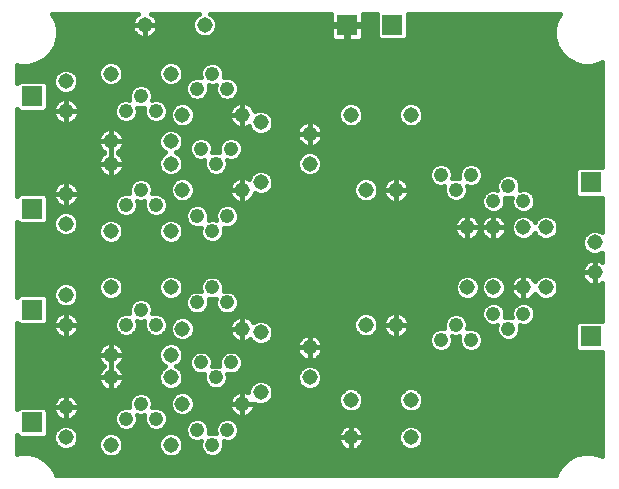
<source format=gtl>
G04 Output by ViewMate Deluxe V11.0.9  PentaLogix LLC*
G04 Sun Feb 16 15:40:48 2014*
%FSLAX33Y33*%
%MOMM*%
%IPPOS*%
%ADD10C,1.209*%
%ADD11C,1.3081*%
%ADD12R,1.8009X1.8009*%
%ADD13C,0.4064*%

%LPD*%
X0Y0D2*D13*G1X52324Y11379D2*X37089Y11379D1*X37191Y11781D2*X52324Y11781D1*X52324Y12184D2*X37135Y12184D1*X36881Y12586D2*X52324Y12586D1*X42240Y30300D2*X41770Y30300D1*X41971Y29898D2*X42040Y29898D1*X42012Y29494D2*X41999Y29494D1*X41874Y29093D2*X42136Y29093D1*X42502Y28689D2*X41509Y28689D1*X44841Y30300D2*X43993Y30300D1*X44193Y29898D2*X44625Y29898D1*X44597Y29494D2*X44221Y29494D1*X44097Y29093D2*X44727Y29093D1*X45123Y28689D2*X43731Y28689D1*X46586Y29093D2*X46632Y29093D1*X47028Y28689D2*X46190Y28689D1*X46538Y23858D2*X46741Y23858D1*X45049Y25469D2*X43637Y25469D1*X44046Y25067D2*X44679Y25067D1*X44552Y24663D2*X44176Y24663D1*X44150Y24262D2*X44577Y24262D1*X44775Y23858D2*X43937Y23858D1*X43807Y23053D2*X44966Y23053D1*X44701Y22652D2*X44072Y22652D1*X44127Y22248D2*X44646Y22248D1*X50066Y19832D2*X42197Y19832D1*X41979Y19431D2*X50066Y19431D1*X39439Y19431D2*X40444Y19431D1*X40226Y19832D2*X39657Y19832D1*X39682Y20236D2*X40201Y20236D1*X34862Y22474D2*X34862Y21361D1*X39441Y22248D2*X35532Y22248D1*X35862Y21847D2*X39047Y21847D1*X35971Y21450D2*X35971Y21361D1*X34862Y21361*X34862Y22474*X33861Y21847D2*X33269Y21847D1*X34138Y22210D2*X34280Y22311D1*X34435Y22393*X34602Y22446*X34775Y22474*X34862Y22474*X34948Y22474*X35121Y22446*X35288Y22393*X35443Y22311*X35585Y22210*X35710Y22085*X35811Y21943*X35890Y21788*X35946Y21623*X35971Y21450*X38931Y21443D2*X35971Y21443D1*X35926Y21041D2*X38321Y21041D1*X35710Y20638D2*X35811Y20780D1*X35890Y20935*X35946Y21102*X35971Y21275*X35971Y21361*X34862Y21361*X34013Y20638D2*X34138Y20516D1*X34280Y20411*X34435Y20333*X34602Y20277*X34775Y20251*X34862Y20251*X34862Y21361*X33752Y21361*X33381Y21443D2*X33752Y21443D1*X12593Y12586D2*X13950Y12586D1*X13627Y12990D2*X12916Y12990D1*X13012Y13391D2*X13531Y13391D1*X2860Y39560D2*X2794Y39560D1*X9891Y41976D2*X7981Y41976D1*X7912Y42377D2*X9690Y42377D1*X9672Y42781D2*X7640Y42781D1*X15337Y43586D2*X11206Y43586D1*X11651Y43183D2*X14892Y43183D1*X14752Y42781D2*X11791Y42781D1*X11773Y42377D2*X14770Y42377D1*X14971Y41976D2*X11572Y41976D1*X17216Y41976D2*X16652Y41976D1*X16286Y43586D2*X18961Y43586D1*X18438Y43183D2*X16731Y43183D1*X16871Y42781D2*X18293Y42781D1*X16871Y42423D2*X16871Y42845D1*X16711Y43236*X16411Y43533*X16022Y43696*X15601Y43696*X15212Y43533*X14912Y43236*X14752Y42845*X14752Y42423*X14912Y42034*X15212Y41735*X15601Y41575*X16022Y41575*X16411Y41735*X16711Y42034*X16871Y42423*X18316Y42377D2*X16853Y42377D1*X19042Y41572D2*X19566Y41572D1*X19563Y41171D2*X19045Y41171D1*X18867Y40767D2*X19741Y40767D1*X13012Y31509D2*X13531Y31509D1*X13619Y31105D2*X12924Y31105D1*X12611Y30704D2*X13932Y30704D1*X9698Y24262D2*X7920Y24262D1*X7981Y23858D2*X9911Y23858D1*X12667Y23457D2*X7884Y23457D1*X7572Y23053D2*X12352Y23053D1*X6922Y21361D2*X6922Y22474D1*X6922Y21361*X8031Y21450D2*X8031Y21361D1*X6922Y21361*X5812Y21361*X2794Y21443D2*X2878Y21443D1*X5857Y21041D2*X2794Y21041D1*X6073Y20638D2*X6198Y20516D1*X6340Y20411*X6495Y20333*X6662Y20277*X6835Y20251*X6922Y20251*X6922Y21361*X5812Y21361*X5250Y21443D2*X5812Y21443D1*X5921Y21847D2*X5370Y21847D1*X5370Y22248D2*X6251Y22248D1*X2794Y23858D2*X2916Y23858D1*X10404Y28288D2*X2794Y28288D1*X11069Y31910D2*X7882Y31910D1*X8021Y32314D2*X11364Y32314D1*X12261Y32715D2*X8009Y32715D1*X7828Y33119D2*X12314Y33119D1*X5370Y31509D2*X6370Y31509D1*X5961Y31910D2*X5370Y31910D1*X5329Y32314D2*X5822Y32314D1*X2794Y32314D2*X2799Y32314D1*X5834Y32715D2*X2794Y32715D1*X2794Y33119D2*X6015Y33119D1*X6546Y33520D2*X2794Y33520D1*X6922Y33586D2*X6922Y32474D1*X6922Y33586*X7348Y33505D2*X7503Y33424D1*X7645Y33322*X7770Y33198*X7871Y33056*X7950Y32901*X8006Y32736*X8031Y32563*X8031Y32474*X6922Y32474*X5812Y32474*X6922Y32474*X6922Y31364*X6835Y31364*X6662Y31389*X6495Y31445*X6340Y31524*X6198Y31628*X6073Y31750*X5972Y31892*X5893Y32047*X5837Y32215*X5812Y32388*X5812Y32474*X5812Y32563*X5837Y32736*X5893Y32901*X5972Y33056*X6073Y33198*X6198Y33322*X6340Y33424*X6495Y33505*X6662Y33558*X6835Y33586*X6922Y33586*X7008Y33586*X7181Y33558*X7348Y33505*X12570Y33520D2*X7297Y33520D1*X15994Y33520D2*X13973Y33520D1*X14229Y33119D2*X15751Y33119D1*X15705Y32715D2*X14282Y32715D1*X15179Y32314D2*X15814Y32314D1*X16147Y31910D2*X15474Y31910D1*X19528Y30300D2*X19591Y30300D1*X19017Y30300D2*X19080Y30300D1*X19563Y30704D2*X19045Y30704D1*X18905Y31105D2*X19703Y31105D1*X20201Y31509D2*X18407Y31509D1*X22832Y34326D2*X23221Y34488D1*X23642Y34488*X24031Y34326*X22847Y32314D2*X31372Y32314D1*X31704Y31910D2*X22522Y31910D1*X35850Y47612D2*X48656Y47612D1*X48425Y47208D2*X35850Y47208D1*X35850Y46807D2*X48318Y46807D1*X48235Y46403D2*X35850Y46403D1*X35850Y46002D2*X48235Y46002D1*X48278Y45598D2*X35756Y45598D1*X52291Y43586D2*X52324Y43586D1*X19647Y43586D2*X49817Y43586D1*X52324Y43183D2*X20170Y43183D1*X20315Y42781D2*X52324Y42781D1*X52324Y42377D2*X20292Y42377D1*X21392Y41976D2*X52324Y41976D1*X52324Y41572D2*X21582Y41572D1*X21585Y41171D2*X52324Y41171D1*X17473Y38351D2*X21062Y38351D1*X20803Y38755D2*X17752Y38755D1*X17823Y39157D2*X20734Y39157D1*X20810Y39560D2*X17739Y39560D1*X17442Y39962D2*X21092Y39962D1*X14282Y40767D2*X17201Y40767D1*X17023Y41171D2*X14183Y41171D1*X13858Y41572D2*X17026Y41572D1*X7892Y41572D2*X12685Y41572D1*X12360Y41171D2*X7592Y41171D1*X7783Y38755D2*X11278Y38755D1*X11034Y39157D2*X7991Y39157D1*X8031Y39560D2*X10991Y39560D1*X11115Y39962D2*X7912Y39962D1*X7567Y40366D2*X11547Y40366D1*X2794Y38755D2*X6060Y38755D1*X5852Y39157D2*X2794Y39157D1*X5812Y39560D2*X5268Y39560D1*X5370Y39962D2*X5931Y39962D1*X9812Y43183D2*X2794Y43183D1*X10132Y43533D2*X10521Y43696D1*X10942Y43696*X11331Y43533*X11631Y43236*X11791Y42845*X11791Y42423*X11631Y42034*X11331Y41735*X10942Y41575*X10521Y41575*X10132Y41735*X9832Y42034*X9672Y42423*X9672Y42845*X9832Y43236*X10132Y43533*X4666Y43586D2*X10257Y43586D1*X12868Y47612D2*X5827Y47612D1*X6058Y47208D2*X12570Y47208D1*X12479Y46807D2*X6165Y46807D1*X6248Y46403D2*X12537Y46403D1*X12779Y46002D2*X6248Y46002D1*X17930Y46002D2*X14399Y46002D1*X14641Y46403D2*X17671Y46403D1*X17610Y46807D2*X14699Y46807D1*X14608Y47208D2*X17706Y47208D1*X18019Y47612D2*X14310Y47612D1*X29378Y47612D2*X19319Y47612D1*X30831Y46403D2*X30637Y46403D1*X30637Y46002D2*X30831Y46002D1*X30831Y45598D2*X30637Y45598D1*X33332Y45598D2*X32009Y45598D1*X32090Y46002D2*X33238Y46002D1*X33238Y46403D2*X32090Y46403D1*X32090Y47612D2*X33238Y47612D1*X33238Y47208D2*X32090Y47208D1*X30831Y46807D2*X33238Y46807D1*X19728Y46807D2*X30637Y46807D1*X29378Y47208D2*X19632Y47208D1*X19667Y46403D2*X29378Y46403D1*X29378Y46002D2*X19408Y46002D1*X29469Y45580D2*X29408Y45684D1*X29378Y45801*X29378Y46665*X30637Y46665*X30637Y45405*X29774Y45405*X29657Y45436*X29553Y45496*X29469Y45580*X6205Y45598D2*X29459Y45598D1*X48384Y45197D2*X6099Y45197D1*X5916Y44793D2*X48567Y44793D1*X48804Y44392D2*X5679Y44392D1*X5278Y43988D2*X49205Y43988D1*X2794Y42781D2*X6203Y42781D1*X2794Y41976D2*X2936Y41976D1*X5931Y42377D2*X2794Y42377D1*X5862Y41976D2*X5192Y41976D1*X5370Y41572D2*X5951Y41572D1*X6251Y41171D2*X5370Y41171D1*X6711Y40940D2*X6322Y41100D1*X6022Y41399*X5862Y41788*X5862Y42210*X6022Y42601*X6322Y42898*X6711Y43061*X7132Y43061*X7521Y42898*X7821Y42601*X7981Y42210*X7981Y41788*X7821Y41399*X7521Y41100*X7132Y40940*X6711Y40940*X6922Y40571D2*X6922Y39459D1*X6922Y40571*X6340Y40409D2*X6495Y40490D1*X6662Y40543*X6835Y40571*X6922Y40571*X7008Y40571*X7181Y40543*X7348Y40490*X7503Y40409*X7645Y40307*X7770Y40183*X7871Y40041*X7950Y39886*X8006Y39721*X8031Y39548*X8031Y39459*X6922Y39459*X5812Y39459*X5812Y39548*X5837Y39721*X5893Y39886*X5972Y40041*X6073Y40183*X6198Y40307*X6340Y40409*X5370Y40366D2*X6276Y40366D1*X12261Y40767D2*X5370Y40767D1*X13531Y39560D2*X13012Y39560D1*X12969Y39157D2*X13574Y39157D1*X13818Y38755D2*X12725Y38755D1*X11648Y37546D2*X14940Y37546D1*X14757Y37145D2*X11821Y37145D1*X11829Y36741D2*X14752Y36741D1*X14905Y36340D2*X11684Y36340D1*X11354Y35936D2*X15265Y35936D1*X14879Y35535D2*X11714Y35535D1*X11839Y35131D2*X14752Y35131D1*X14783Y34729D2*X11806Y34729D1*X11605Y34326D2*X15001Y34326D1*X10732Y38031D2*X10732Y36919D1*X10732Y38031*X15527Y37950D2*X11158Y37950D1*X15776Y38755D2*X15265Y38755D1*X15509Y39157D2*X15705Y39157D1*X15789Y39560D2*X15552Y39560D1*X15428Y39962D2*X16086Y39962D1*X15113Y40315D2*X15397Y40033D1*X15552Y39660*X15552Y39258*X15397Y38887*X15113Y38603*X14742Y38448*X14341Y38448*X13970Y38603*X13686Y38887*X13531Y39258*X13531Y39660*X13574Y39761*X13472Y39718*X13071Y39718*X12969Y39761*X13012Y39660*X13012Y39258*X12857Y38887*X12573Y38603*X12202Y38448*X11801Y38448*X11430Y38603*X11146Y38887*X10991Y39258*X10991Y39660*X11146Y40033*X11430Y40315*X11801Y40470*X12202Y40470*X12304Y40429*X12261Y40528*X12261Y40930*X12416Y41303*X12700Y41585*X13071Y41740*X13472Y41740*X13843Y41585*X14127Y41303*X14282Y40930*X14282Y40528*X14239Y40429*X14341Y40470*X14742Y40470*X15113Y40315*X17805Y40366D2*X14996Y40366D1*X20345Y40366D2*X18263Y40366D1*X20775Y40353D2*X20373Y40353D1*X20002Y40508*X19718Y40792*X19563Y41163*X19563Y41565*X19606Y41666*X19505Y41623*X19103Y41623*X19002Y41666*X19045Y41565*X19045Y41163*X18890Y40792*X18606Y40508*X18235Y40353*X17833Y40353*X17462Y40508*X17178Y40792*X17023Y41163*X17023Y41565*X17178Y41938*X17462Y42220*X17833Y42375*X18235Y42375*X18336Y42334*X18293Y42433*X18293Y42835*X18448Y43208*X18732Y43490*X19103Y43645*X19505Y43645*X19876Y43490*X20160Y43208*X20315Y42835*X20315Y42433*X20272Y42334*X20373Y42375*X20775Y42375*X21146Y42220*X21430Y41938*X21585Y41565*X21585Y41163*X21430Y40792*X21146Y40508*X20775Y40353*X52324Y40366D2*X20803Y40366D1*X21407Y40767D2*X52324Y40767D1*X21844Y40254D2*X21844Y39141D1*X20734Y39141*X21844Y39141*X21844Y38031*X21844Y39141*X21844Y40254*X22878Y39560D2*X23203Y39560D1*X30373Y39962D2*X22596Y39962D1*X23660Y39560D2*X30076Y39560D1*X29992Y39157D2*X24280Y39157D1*X24475Y38755D2*X30063Y38755D1*X26784Y38351D2*X24491Y38351D1*X24348Y37950D2*X26520Y37950D1*X26449Y37546D2*X23884Y37546D1*X21455Y37145D2*X26523Y37145D1*X18915Y37145D2*X20328Y37145D1*X19987Y36741D2*X19256Y36741D1*X19362Y36340D2*X19881Y36340D1*X16622Y34326D2*X18880Y34326D1*X18646Y34729D2*X16840Y34729D1*X16871Y35131D2*X18611Y35131D1*X16744Y35535D2*X17673Y35535D1*X17402Y35936D2*X16358Y35936D1*X16718Y36340D2*X17341Y36340D1*X17447Y36741D2*X16871Y36741D1*X16866Y37145D2*X17788Y37145D1*X22979Y37546D2*X16683Y37546D1*X22532Y37907D2*X22416Y38186D1*X22271Y38113*X22103Y38057*X21930Y38031*X21844Y38031*X21758Y38031*X21585Y38057*X21417Y38113*X21262Y38191*X21120Y38296*X20996Y38418*X20894Y38560*X20815Y38715*X20759Y38882*X20734Y39055*X20734Y39141*X20734Y39230*X20759Y39403*X20815Y39568*X20894Y39723*X20996Y39865*X21120Y39990*X21262Y40091*X21417Y40173*X21585Y40226*X21758Y40254*X21844Y40254*X21930Y40254*X22103Y40226*X22271Y40173*X22426Y40091*X22568Y39990*X22692Y39865*X22794Y39723*X22873Y39568*X22916Y39441*X23221Y39568*X23642Y39568*X24031Y39406*X24331Y39108*X24491Y38717*X24491Y38296*X24331Y37907*X24031Y37607*X23642Y37447*X23221Y37447*X22832Y37607*X22532Y37907*X16096Y37950D2*X22515Y37950D1*X16022Y37981D2*X16411Y37818D1*X16711Y37521*X16871Y37130*X16871Y36708*X16711Y36319*X16411Y36020*X16284Y35966*X16411Y35913*X16711Y35616*X16871Y35225*X16871Y34803*X16711Y34414*X16411Y34115*X16022Y33955*X15601Y33955*X15212Y34115*X14912Y34414*X14752Y34803*X14752Y35225*X14912Y35616*X15212Y35913*X15339Y35966*X15212Y36020*X14912Y36319*X14752Y36708*X14752Y37130*X14912Y37521*X15212Y37818*X15601Y37981*X16022Y37981*X16165Y38242D2*X15865Y38542D1*X15705Y38931*X15705Y39352*X15865Y39743*X16165Y40041*X16553Y40203*X16975Y40203*X17363Y40041*X17663Y39743*X17823Y39352*X17823Y38931*X17663Y38542*X17363Y38242*X16975Y38082*X16553Y38082*X16165Y38242*X7033Y38351D2*X16055Y38351D1*X6835Y38349D2*X6922Y38349D1*X6922Y39459*X8031Y39459*X8031Y39373*X8006Y39200*X7950Y39032*X7871Y38877*X7770Y38735*X7645Y38613*X7503Y38509*X7348Y38430*X7181Y38374*X7008Y38349*X6922Y38349*X6922Y39459*X5812Y39459*X5812Y39373*X5837Y39200*X5893Y39032*X5972Y38877*X6073Y38735*X6198Y38613*X6340Y38509*X6495Y38430*X6662Y38374*X6835Y38349*X2794Y38351D2*X6810Y38351D1*X10305Y37950D2*X2794Y37950D1*X2794Y37546D2*X9815Y37546D1*X9642Y37145D2*X2794Y37145D1*X9622Y36919D2*X9622Y37008D1*X9647Y37181*X9703Y37346*X9782Y37501*X9883Y37643*X10008Y37767*X10150Y37869*X10305Y37950*X10472Y38003*X10645Y38031*X10732Y38031*X10818Y38031*X10991Y38003*X11158Y37950*X11313Y37869*X11455Y37767*X11580Y37643*X11681Y37501*X11760Y37346*X11816Y37181*X11841Y37008*X11841Y36919*X10732Y36919*X9622Y36919*X2794Y36741D2*X9634Y36741D1*X9779Y36340D2*X2794Y36340D1*X2794Y35936D2*X10109Y35936D1*X9749Y35535D2*X2794Y35535D1*X9622Y35103D2*X9647Y35276D1*X9703Y35441*X9782Y35596*X9883Y35738*X10008Y35862*X10150Y35964*X10152Y35966*X10150Y35969*X10008Y36073*X9883Y36195*X9782Y36337*X9703Y36492*X9647Y36660*X9622Y36833*X9622Y36919*X10732Y36919*X10732Y35014*X10732Y35809*X10732Y36919*X11841Y36919*X11841Y36833*X11816Y36660*X11760Y36492*X11681Y36337*X11580Y36195*X11455Y36073*X11313Y35969*X11311Y35966*X11313Y35964*X11455Y35862*X11580Y35738*X11681Y35596*X11760Y35441*X11816Y35276*X11841Y35103*X11841Y35014*X10732Y35014*X9622Y35014*X9622Y35103*X2794Y35131D2*X9624Y35131D1*X9657Y34729D2*X2794Y34729D1*X2794Y34326D2*X9858Y34326D1*X10516Y33924D2*X2794Y33924D1*X10732Y33904D2*X10645Y33904D1*X10472Y33929*X10305Y33985*X10150Y34064*X10008Y34168*X9883Y34290*X9782Y34432*X9703Y34587*X9647Y34755*X9622Y34928*X9622Y35014*X10732Y35014*X10732Y33904*X10991Y33929D2*X10818Y33904D1*X10732Y33904*X10732Y35014*X11841Y35014*X11841Y34928*X11816Y34755*X11760Y34587*X11681Y34432*X11580Y34290*X11455Y34168*X11313Y34064*X11158Y33985*X10991Y33929*X22489Y33924D2*X10947Y33924D1*X21844Y32791D2*X21844Y33904D1*X21844Y32791*X17714Y32314D2*X20841Y32314D1*X20734Y32715D2*X17823Y32715D1*X17777Y33119D2*X20782Y33119D1*X21001Y33520D2*X17534Y33520D1*X20363Y34326D2*X22832Y34326D1*X22532Y34028*X22416Y33746*X22271Y33823*X22103Y33876*X21930Y33904*X21844Y33904*X21758Y33904*X21585Y33876*X21417Y33823*X21262Y33741*X21120Y33640*X20996Y33515*X20894Y33373*X20815Y33218*X20759Y33053*X20734Y32880*X20734Y32791*X21844Y32791*X21844Y31681*X21758Y31681*X21585Y31707*X21417Y31763*X21262Y31841*X17381Y31910D2*X21166Y31910D1*X17363Y31892D2*X16975Y31732D1*X16553Y31732*X16165Y31892*X15865Y32192*X15705Y32581*X15705Y33002*X15865Y33393*X16165Y33691*X16553Y33853*X16975Y33853*X17363Y33691*X17663Y33393*X17823Y33002*X17823Y32581*X17663Y32192*X17363Y31892*X15552Y31509D2*X17661Y31509D1*X17163Y31105D2*X15464Y31105D1*X15151Y30704D2*X17023Y30704D1*X11059Y28288D2*X15484Y28288D1*X14922Y28689D2*X11620Y28689D1*X11791Y29093D2*X14752Y29093D1*X14752Y29494D2*X11791Y29494D1*X11631Y29898D2*X14912Y29898D1*X7917Y30300D2*X10376Y30300D1*X9832Y29898D2*X7981Y29898D1*X7887Y29494D2*X9672Y29494D1*X9672Y29093D2*X7579Y29093D1*X2794Y28689D2*X9842Y28689D1*X6264Y29093D2*X2794Y29093D1*X2794Y29494D2*X5956Y29494D1*X5862Y29898D2*X2794Y29898D1*X5926Y30300D2*X5370Y30300D1*X5370Y30704D2*X6190Y30704D1*X11079Y31105D2*X5370Y31105D1*X10991Y31321D2*X10991Y31722D1*X11146Y32095*X11430Y32377*X11801Y32532*X12202Y32532*X12304Y32492*X12261Y32591*X12261Y32992*X12416Y33365*X12700Y33647*X13071Y33802*X13472Y33802*X13843Y33647*X14127Y33365*X14282Y32992*X14282Y32591*X14239Y32492*X14341Y32532*X14742Y32532*X15113Y32377*X15397Y32095*X15552Y31722*X15552Y31321*X15397Y30950*X15113Y30665*X14742Y30510*X14341Y30510*X13970Y30665*X13686Y30950*X13531Y31321*X13531Y31722*X13574Y31824*X13472Y31780*X13071Y31780*X12969Y31824*X13012Y31722*X13012Y31321*X12857Y30950*X12573Y30665*X12202Y30510*X11801Y30510*X11430Y30665*X11146Y30950*X10991Y31321*X7473Y31509D2*X10991Y31509D1*X7348Y31445D2*X7181Y31389D1*X7008Y31364*X6922Y31364*X6922Y32474*X8031Y32474*X8031Y32388*X8006Y32215*X7950Y32047*X7871Y31892*X7770Y31750*X7645Y31628*X7503Y31524*X7348Y31445*X7521Y30833D2*X7132Y30996D1*X6711Y30996*X6322Y30833*X6022Y30536*X5862Y30145*X5862Y29723*X6022Y29334*X6322Y29035*X6711Y28875*X7132Y28875*X7521Y29035*X7821Y29334*X7981Y29723*X7981Y30145*X7821Y30536*X7521Y30833*X11392Y30704D2*X7653Y30704D1*X10942Y30361D2*X11331Y30198D1*X11631Y29901*X11791Y29510*X11791Y29088*X11631Y28699*X11331Y28400*X10942Y28240*X10521Y28240*X10132Y28400*X9832Y28699*X9672Y29088*X9672Y29510*X9832Y29901*X10132Y30198*X10521Y30361*X10942Y30361*X15456Y30300D2*X11087Y30300D1*X17051Y30300D2*X16167Y30300D1*X16711Y29898D2*X17277Y29898D1*X18293Y29494D2*X16871Y29494D1*X16871Y29093D2*X18296Y29093D1*X18484Y28689D2*X16700Y28689D1*X40279Y28689D2*X20124Y28689D1*X20312Y29093D2*X39914Y29093D1*X39789Y29494D2*X20315Y29494D1*X21331Y29898D2*X39817Y29898D1*X40018Y30300D2*X21557Y30300D1*X39682Y33924D2*X40201Y33924D1*X40229Y34326D2*X39654Y34326D1*X39434Y34729D2*X40450Y34729D1*X28588Y34729D2*X37910Y34729D1*X37689Y34326D2*X28369Y34326D1*X24374Y33924D2*X37661Y33924D1*X31262Y32715D2*X24219Y32715D1*X24453Y33119D2*X31308Y33119D1*X31552Y33520D2*X24491Y33520D1*X34018Y33520D2*X33091Y33520D1*X33335Y33119D2*X33800Y33119D1*X33752Y32715D2*X33381Y32715D1*X33271Y32314D2*X33858Y32314D1*X32921Y31892D2*X32532Y31732D1*X32111Y31732*X31722Y31892*X31422Y32192*X31262Y32581*X31262Y33002*X31422Y33393*X31722Y33691*X32111Y33853*X32532Y33853*X32921Y33691*X33221Y33393*X33381Y33002*X33381Y32581*X33221Y32192*X32921Y31892*X34183Y31910D2*X32939Y31910D1*X34862Y33904D2*X34862Y32791D1*X34862Y33904*X37803Y33520D2*X35705Y33520D1*X35923Y33119D2*X38308Y33119D1*X35971Y32791D2*X34862Y32791D1*X33752Y32791*X34862Y32791*X34862Y31681*X34775Y31681*X34602Y31707*X34435Y31763*X34280Y31841*X34138Y31946*X34013Y32068*X33912Y32210*X33833Y32365*X33777Y32532*X33752Y32705*X33752Y32791*X33752Y32880*X33777Y33053*X33833Y33218*X33912Y33373*X34013Y33515*X34138Y33640*X34280Y33741*X34435Y33823*X34602Y33876*X34775Y33904*X34862Y33904*X34948Y33904*X35121Y33876*X35288Y33823*X35443Y33741*X35585Y33640*X35710Y33515*X35811Y33373*X35890Y33218*X35946Y33053*X35971Y32880*X35971Y32791*X38931Y32715D2*X35971Y32715D1*X35865Y32314D2*X39047Y32314D1*X35585Y31946D2*X35443Y31841D1*X35288Y31763*X35121Y31707*X34948Y31681*X34862Y31681*X34862Y32791*X35971Y32791*X35971Y32705*X35946Y32532*X35890Y32365*X35811Y32210*X35710Y32068*X35585Y31946*X39428Y31910D2*X35540Y31910D1*X42106Y31910D2*X40455Y31910D1*X40836Y32314D2*X42220Y32314D1*X42591Y32715D2*X40952Y32715D1*X43772Y33924D2*X42222Y33924D1*X42080Y33520D2*X43464Y33520D1*X43376Y33119D2*X41575Y33119D1*X44646Y31910D2*X44127Y31910D1*X44074Y31509D2*X44699Y31509D1*X44961Y31105D2*X43812Y31105D1*X52324Y31509D2*X46614Y31509D1*X46667Y31910D2*X52324Y31910D1*X50112Y32314D2*X46553Y32314D1*X46182Y32715D2*X50066Y32715D1*X50066Y33119D2*X45397Y33119D1*X45309Y33520D2*X50066Y33520D1*X50066Y33924D2*X45001Y33924D1*X42194Y34326D2*X50066Y34326D1*X42067Y34635D2*X42222Y34262D1*X42222Y33861*X42067Y33490*X41783Y33205*X41412Y33050*X41011Y33050*X40909Y33094*X40952Y32992*X40952Y32591*X40797Y32220*X40513Y31935*X40142Y31780*X39741Y31780*X39370Y31935*X39086Y32220*X38931Y32591*X38931Y32992*X38974Y33094*X38872Y33050*X38471Y33050*X38100Y33205*X37816Y33490*X37661Y33861*X37661Y34262*X37816Y34635*X38100Y34917*X38471Y35072*X38872Y35072*X39243Y34917*X39527Y34635*X39682Y34262*X39682Y33861*X39639Y33762*X39741Y33802*X40142Y33802*X40244Y33762*X40201Y33861*X40201Y34262*X40356Y34635*X40640Y34917*X41011Y35072*X41412Y35072*X41783Y34917*X42067Y34635*X50300Y34729D2*X41974Y34729D1*X28618Y35131D2*X52324Y35131D1*X52324Y35535D2*X28491Y35535D1*X28105Y35936D2*X52324Y35936D1*X27559Y38666D2*X27559Y37554D1*X27559Y38666*X30343Y38351D2*X28334Y38351D1*X35423Y38351D2*X31760Y38351D1*X32040Y38755D2*X35143Y38755D1*X35072Y39157D2*X32111Y39157D1*X32027Y39560D2*X35156Y39560D1*X31651Y40041D2*X31951Y39743D1*X32111Y39352*X32111Y38931*X31951Y38542*X31651Y38242*X31262Y38082*X30841Y38082*X30452Y38242*X30152Y38542*X29992Y38931*X29992Y39352*X30152Y39743*X30452Y40041*X30841Y40203*X31262Y40203*X31651Y40041*X35453Y39962D2*X31730Y39962D1*X52324Y39962D2*X36810Y39962D1*X37107Y39560D2*X52324Y39560D1*X52324Y39157D2*X37191Y39157D1*X37120Y38755D2*X52324Y38755D1*X36731Y38242D2*X36342Y38082D1*X35921Y38082*X35532Y38242*X35232Y38542*X35072Y38931*X35072Y39352*X35232Y39743*X35532Y40041*X35921Y40203*X36342Y40203*X36731Y40041*X37031Y39743*X37191Y39352*X37191Y38931*X37031Y38542*X36731Y38242*X52324Y38351D2*X36840Y38351D1*X28598Y37950D2*X52324Y37950D1*X28669Y37554D2*X27559Y37554D1*X26449Y37554*X26449Y37643*X26474Y37816*X26530Y37981*X26609Y38136*X26711Y38278*X26835Y38402*X26977Y38504*X27132Y38585*X27300Y38638*X27473Y38666*X27559Y38666*X27645Y38666*X27818Y38638*X27986Y38585*X28141Y38504*X28283Y38402*X28407Y38278*X28509Y38136*X28588Y37981*X28644Y37816*X28669Y37643*X28669Y37554*X52324Y37546D2*X28669Y37546D1*X28595Y37145D2*X52324Y37145D1*X52324Y36741D2*X28318Y36741D1*X21902Y36340D2*X52324Y36340D1*X26800Y36741D2*X21796Y36741D1*X27132Y36525D2*X26977Y36604D1*X26835Y36708*X26711Y36830*X26609Y36972*X26530Y37127*X26474Y37295*X26449Y37468*X26449Y37554*X27559Y37554*X27559Y36444*X27559Y37554*X28669Y37554*X28669Y37468*X28644Y37295*X28588Y37127*X28509Y36972*X28407Y36830*X28283Y36708*X28141Y36604*X27986Y36525*X27818Y36469*X27645Y36444*X27559Y36444*X27473Y36444*X27300Y36469*X27132Y36525*X21841Y35936D2*X27013Y35936D1*X26627Y35535D2*X21570Y35535D1*X20632Y35131D2*X26500Y35131D1*X20632Y34813D2*X20477Y34442D1*X20193Y34158*X19822Y34003*X19421Y34003*X19050Y34158*X18766Y34442*X18611Y34813*X18611Y35215*X18654Y35316*X18552Y35273*X18151Y35273*X17780Y35428*X17496Y35712*X17341Y36083*X17341Y36485*X17496Y36858*X17780Y37140*X18151Y37295*X18552Y37295*X18923Y37140*X19207Y36858*X19362Y36485*X19362Y36083*X19319Y35984*X19421Y36025*X19822Y36025*X19924Y35984*X19881Y36083*X19881Y36485*X20036Y36858*X20320Y37140*X20691Y37295*X21092Y37295*X21463Y37140*X21747Y36858*X21902Y36485*X21902Y36083*X21747Y35712*X21463Y35428*X21092Y35273*X20691Y35273*X20589Y35316*X20632Y35215*X20632Y34813*X26530Y34729D2*X20597Y34729D1*X26660Y34414D2*X26500Y34803D1*X26500Y35225*X26660Y35616*X26960Y35913*X27348Y36076*X27770Y36076*X28158Y35913*X28458Y35616*X28618Y35225*X28618Y34803*X28458Y34414*X28158Y34115*X27770Y33955*X27348Y33955*X26960Y34115*X26660Y34414*X26749Y34326D2*X24031Y34326D1*X24331Y34028*X24491Y33637*X24491Y33216*X24331Y32827*X24031Y32527*X23642Y32367*X23221Y32367*X22916Y32494*X22873Y32365*X22794Y32210*X22692Y32068*X22568Y31946*X22426Y31841*X22271Y31763*X22103Y31707*X21930Y31681*X21844Y31681*X21844Y32791*X20734Y32791*X20734Y32705*X20759Y32532*X20815Y32365*X20894Y32210*X20996Y32068*X21120Y31946*X21262Y31841*X42159Y31509D2*X20947Y31509D1*X21445Y31105D2*X42421Y31105D1*X21585Y30770D2*X21585Y30368D1*X21430Y29997*X21146Y29713*X20775Y29558*X20373Y29558*X20272Y29601*X20315Y29500*X20315Y29098*X20160Y28727*X19876Y28443*X19505Y28288*X19103Y28288*X18732Y28443*X18448Y28727*X18293Y29098*X18293Y29500*X18336Y29601*X18235Y29558*X17833Y29558*X17462Y29713*X17178Y29997*X17023Y30368*X17023Y30770*X17178Y31143*X17462Y31425*X17833Y31580*X18235Y31580*X18606Y31425*X18890Y31143*X19045Y30770*X19045Y30368*X19002Y30269*X19103Y30310*X19505Y30310*X19606Y30269*X19563Y30368*X19563Y30770*X19718Y31143*X20002Y31425*X20373Y31580*X20775Y31580*X21146Y31425*X21430Y31143*X21585Y30770*X40648Y30704D2*X21585Y30704D1*X40894Y30729D2*X40894Y29616D1*X40894Y30729*X41153Y30701D2*X41321Y30648D1*X41476Y30566*X41618Y30465*X41742Y30340*X41844Y30198*X41923Y30043*X41979Y29878*X42004Y29705*X42004Y29616*X40894Y29616*X39784Y29616*X40894Y29616*X40894Y28506*X40894Y29616*X42004Y29616*X42004Y29530*X41979Y29357*X41923Y29190*X41844Y29035*X41742Y28892*X41618Y28771*X41476Y28666*X41321Y28588*X41153Y28532*X40980Y28506*X40894Y28506*X40808Y28506*X40635Y28532*X40467Y28588*X40312Y28666*X40170Y28771*X40046Y28892*X39944Y29035*X39865Y29190*X39809Y29357*X39784Y29530*X39784Y29616*X39784Y29705*X39809Y29878*X39865Y30043*X39944Y30198*X40046Y30340*X40170Y30465*X40312Y30566*X40467Y30648*X40635Y30701*X40808Y30729*X40894Y30729*X40980Y30729*X41153Y30701*X42870Y30704D2*X41140Y30704D1*X43116Y30729D2*X43116Y29616D1*X43116Y30729*X43376Y30701D2*X43543Y30648D1*X43698Y30566*X43840Y30465*X43965Y30340*X44066Y30198*X44145Y30043*X44201Y29878*X44226Y29705*X44226Y29616*X43116Y29616*X42007Y29616*X43116Y29616*X43116Y28506*X43116Y29616*X44226Y29616*X44226Y29530*X44201Y29357*X44145Y29190*X44066Y29035*X43965Y28892*X43840Y28771*X43698Y28666*X43543Y28588*X43376Y28532*X43203Y28506*X43116Y28506*X43030Y28506*X42857Y28532*X42690Y28588*X42535Y28666*X42393Y28771*X42268Y28892*X42167Y29035*X42088Y29190*X42032Y29357*X42007Y29530*X42007Y29616*X42007Y29705*X42032Y29878*X42088Y30043*X42167Y30198*X42268Y30340*X42393Y30465*X42535Y30566*X42690Y30648*X42857Y30701*X43030Y30729*X43116Y30729*X43203Y30729*X43376Y30701*X52324Y30704D2*X43363Y30704D1*X46352Y31105D2*X52324Y31105D1*X46228Y30983D2*X45857Y30828D1*X45456Y30828*X45085Y30983*X44801Y31267*X44646Y31638*X44646Y32040*X44689Y32141*X44587Y32098*X44186Y32098*X44084Y32141*X44127Y32040*X44127Y31638*X43972Y31267*X43688Y30983*X43317Y30828*X42916Y30828*X42545Y30983*X42261Y31267*X42106Y31638*X42106Y32040*X42261Y32413*X42545Y32695*X42916Y32850*X43317Y32850*X43419Y32809*X43376Y32908*X43376Y33310*X43531Y33683*X43815Y33965*X44186Y34120*X44587Y34120*X44958Y33965*X45242Y33683*X45397Y33310*X45397Y32908*X45354Y32809*X45456Y32850*X45857Y32850*X46228Y32695*X46512Y32413*X46667Y32040*X46667Y31638*X46512Y31267*X46228Y30983*X46746Y30300D2*X46472Y30300D1*X52324Y30300D2*X48377Y30300D1*X48593Y29898D2*X52324Y29898D1*X52324Y29494D2*X48621Y29494D1*X2794Y26274D2*X50681Y26274D1*X50579Y25872D2*X2794Y25872D1*X51689Y26919D2*X51689Y25806D1*X50579Y25806*X51689Y25806*X51689Y24696*X51689Y25806*X51689Y26919*X2794Y27079D2*X52324Y27079D1*X50996Y26678D2*X2794Y26678D1*X2794Y27483D2*X51054Y27483D1*X50734Y27884D2*X2794Y27884D1*X48491Y29093D2*X50935Y29093D1*X48161Y28717D2*X47772Y28557D1*X47351Y28557*X46962Y28717*X46662Y29017*X46609Y29146*X46556Y29017*X46256Y28717*X45867Y28557*X45446Y28557*X45057Y28717*X44757Y29017*X44597Y29406*X44597Y29827*X44757Y30218*X45057Y30516*X45446Y30678*X45867Y30678*X46256Y30516*X46556Y30218*X46609Y30089*X46662Y30218*X46962Y30516*X47351Y30678*X47772Y30678*X48161Y30516*X48461Y30218*X48621Y29827*X48621Y29406*X48461Y29017*X48161Y28717*X50683Y28689D2*X48095Y28689D1*X16139Y28288D2*X50630Y28288D1*X16022Y28240D2*X16411Y28400D1*X16711Y28699*X16871Y29088*X16871Y29510*X16711Y29901*X16411Y30198*X16022Y30361*X15601Y30361*X15212Y30198*X14912Y29901*X14752Y29510*X14752Y29088*X14912Y28699*X15212Y28400*X15601Y28240*X16022Y28240*X18915Y25469D2*X16332Y25469D1*X16741Y25067D2*X18430Y25067D1*X17196Y23858D2*X16632Y23858D1*X16845Y24262D2*X17795Y24262D1*X18293Y24663D2*X16871Y24663D1*X18324Y24262D2*X18273Y24262D1*X19563Y23457D2*X19045Y23457D1*X19040Y23053D2*X19568Y23053D1*X19761Y22652D2*X18847Y22652D1*X40074Y23858D2*X21412Y23858D1*X20813Y24262D2*X39860Y24262D1*X20284Y24262D2*X20335Y24262D1*X39835Y24663D2*X20315Y24663D1*X20178Y25067D2*X39964Y25067D1*X40373Y25469D2*X19693Y25469D1*X42596Y25469D2*X41415Y25469D1*X41824Y25067D2*X42187Y25067D1*X42057Y24663D2*X41953Y24663D1*X41928Y24262D2*X42083Y24262D1*X41793Y23937D2*X41493Y23637D1*X41105Y23477*X40683Y23477*X40295Y23637*X39995Y23937*X39835Y24326*X39835Y24747*X39995Y25138*X40295Y25436*X40683Y25598*X41105Y25598*X41493Y25436*X41793Y25138*X41953Y24747*X41953Y24326*X41793Y23937*X42296Y23858D2*X41714Y23858D1*X42517Y23637D2*X42217Y23937D1*X42057Y24326*X42057Y24747*X42217Y25138*X42517Y25436*X42906Y25598*X43327Y25598*X43716Y25436*X44016Y25138*X44176Y24747*X44176Y24326*X44016Y23937*X43716Y23637*X43327Y23477*X42906Y23477*X42517Y23637*X21580Y23053D2*X42426Y23053D1*X45387Y23457D2*X21585Y23457D1*X45656Y25649D2*X45656Y24536D1*X44547Y24536*X45656Y24536*X45656Y23426*X45656Y24536*X45656Y25649*X47041Y25469D2*X46264Y25469D1*X50630Y25469D2*X48082Y25469D1*X48491Y25067D2*X50858Y25067D1*X52324Y24663D2*X48621Y24663D1*X48595Y24262D2*X52324Y24262D1*X52324Y23858D2*X48382Y23858D1*X45926Y23457D2*X52324Y23457D1*X46083Y23508D2*X45916Y23452D1*X45743Y23426*X45656Y23426*X45570Y23426*X45397Y23452*X45230Y23508*X45075Y23586*X44933Y23691*X44808Y23812*X44707Y23955*X44628Y24110*X44572Y24277*X44547Y24450*X44547Y24536*X44547Y24625*X44572Y24798*X44628Y24963*X44707Y25118*X44808Y25260*X44933Y25385*X45075Y25486*X45230Y25568*X45397Y25621*X45570Y25649*X45656Y25649*X45743Y25649*X45916Y25621*X46083Y25568*X46238Y25486*X46380Y25385*X46505Y25260*X46606Y25118*X46634Y25067*X46662Y25138*X46962Y25436*X47351Y25598*X47772Y25598*X48161Y25436*X48461Y25138*X48621Y24747*X48621Y24326*X48461Y23937*X48161Y23637*X47772Y23477*X47351Y23477*X46962Y23637*X46662Y23937*X46634Y24006*X46606Y23955*X46505Y23812*X46380Y23691*X46238Y23586*X46083Y23508*X52324Y23053D2*X46347Y23053D1*X46612Y22652D2*X52324Y22652D1*X52324Y22248D2*X46667Y22248D1*X46556Y21847D2*X52324Y21847D1*X50066Y21443D2*X46192Y21443D1*X45397Y21041D2*X50066Y21041D1*X50066Y20638D2*X45311Y20638D1*X45006Y20236D2*X50066Y20236D1*X42222Y20236D2*X43767Y20236D1*X43462Y20638D2*X42080Y20638D1*X41562Y21041D2*X43376Y21041D1*X42581Y21443D2*X40952Y21443D1*X40836Y21847D2*X42217Y21847D1*X42106Y22248D2*X40442Y22248D1*X42106Y22515D2*X42106Y22113D1*X42261Y21742*X42545Y21458*X42916Y21303*X43317Y21303*X43419Y21346*X43376Y21245*X43376Y20843*X43531Y20472*X43815Y20188*X44186Y20033*X44587Y20033*X44958Y20188*X45242Y20472*X45397Y20843*X45397Y21245*X45354Y21346*X45456Y21303*X45857Y21303*X46228Y21458*X46512Y21742*X46667Y22113*X46667Y22515*X46512Y22888*X46228Y23170*X45857Y23325*X45456Y23325*X45085Y23170*X44801Y22888*X44646Y22515*X44646Y22113*X44689Y22014*X44587Y22055*X44186Y22055*X44084Y22014*X44127Y22113*X44127Y22515*X43972Y22888*X43688Y23170*X43317Y23325*X42916Y23325*X42545Y23170*X42261Y22888*X42106Y22515*X21387Y22652D2*X42161Y22652D1*X26513Y19832D2*X24036Y19832D1*X52324Y18626D2*X28298Y18626D1*X28588Y19027D2*X52324Y19027D1*X37904Y19431D2*X28669Y19431D1*X28605Y19832D2*X37686Y19832D1*X37661Y20236D2*X28351Y20236D1*X37816Y20665D2*X38100Y20947D1*X38471Y21102*X38872Y21102*X38974Y21062*X38931Y21161*X38931Y21562*X39086Y21935*X39370Y22217*X39741Y22372*X40142Y22372*X40513Y22217*X40797Y21935*X40952Y21562*X40952Y21161*X40909Y21062*X41011Y21102*X41412Y21102*X41783Y20947*X42067Y20665*X42222Y20292*X42222Y19891*X42067Y19520*X41783Y19235*X41412Y19080*X41011Y19080*X40640Y19235*X40356Y19520*X40201Y19891*X40201Y20292*X40244Y20394*X40142Y20350*X39741Y20350*X39639Y20394*X39682Y20292*X39682Y19891*X39527Y19520*X39243Y19235*X38872Y19080*X38471Y19080*X38100Y19235*X37816Y19520*X37661Y19891*X37661Y20292*X37816Y20665*X37803Y20638D2*X35710Y20638D1*X35585Y20516*X35443Y20411*X35288Y20333*X35121Y20277*X34948Y20251*X34862Y20251*X34862Y21361*X33752Y21361*X33335Y21041D2*X33797Y21041D1*X33096Y20638D2*X34013Y20638D1*X33912Y20780*X33833Y20935*X33777Y21102*X33752Y21275*X33752Y21361*X33752Y21450*X33777Y21623*X33833Y21788*X33912Y21943*X34013Y22085*X34138Y22210*X32934Y22248D2*X34191Y22248D1*X24214Y21443D2*X31262Y21443D1*X31308Y21041D2*X24450Y21041D1*X24491Y20638D2*X31547Y20638D1*X26767Y20236D2*X24376Y20236D1*X27559Y19456D2*X27559Y20569D1*X27645Y20569*X27818Y20541*X27986Y20488*X28141Y20406*X28283Y20305*X28407Y20180*X28509Y20038*X28588Y19883*X28644Y19718*X28669Y19545*X28669Y19456*X27559Y19456*X27559Y20569*X27473Y20569*X27300Y20541*X27132Y20488*X26977Y20406*X26835Y20305*X26711Y20180*X26609Y20038*X26530Y19883*X26474Y19718*X26449Y19545*X26449Y19456*X27559Y19456*X23873Y16612D2*X26538Y16612D1*X20589Y16612D2*X22990Y16612D1*X22517Y16210D2*X20343Y16210D1*X52324Y13795D2*X22494Y13795D1*X36815Y14196D2*X52324Y14196D1*X52324Y14600D2*X37109Y14600D1*X37191Y15001D2*X52324Y15001D1*X52324Y15405D2*X37117Y15405D1*X36835Y15806D2*X52324Y15806D1*X31755Y15806D2*X35428Y15806D1*X35146Y15405D2*X32037Y15405D1*X32111Y15001D2*X35072Y15001D1*X35154Y14600D2*X32029Y14600D1*X35532Y14112D2*X35232Y14412D1*X35072Y14801*X35072Y15222*X35232Y15613*X35532Y15911*X35921Y16073*X36342Y16073*X36731Y15911*X37031Y15613*X37191Y15222*X37191Y14801*X37031Y14412*X36731Y14112*X36342Y13952*X35921Y13952*X35532Y14112*X31735Y14196D2*X35448Y14196D1*X22837Y14196D2*X30368Y14196D1*X23190Y14600D2*X22954Y14600D1*X30074Y14600D2*X23673Y14600D1*X24285Y15001D2*X29992Y15001D1*X30066Y15405D2*X24478Y15405D1*X30452Y15911D2*X30841Y16073D1*X31262Y16073*X31651Y15911*X31951Y15613*X32111Y15222*X32111Y14801*X31951Y14412*X31651Y14112*X31262Y13952*X30841Y13952*X30452Y14112*X30152Y14412*X29992Y14801*X29992Y15222*X30152Y15613*X30452Y15911*X24491Y15806D2*X30348Y15806D1*X26767Y16210D2*X24346Y16210D1*X52324Y16210D2*X28351Y16210D1*X28580Y16612D2*X52324Y16612D1*X52324Y17015D2*X28618Y17015D1*X28499Y17417D2*X52324Y17417D1*X52324Y17821D2*X28151Y17821D1*X21902Y18222D2*X52324Y18222D1*X26820Y18626D2*X21803Y18626D1*X21834Y17821D2*X26967Y17821D1*X26619Y17417D2*X21552Y17417D1*X26500Y17127D2*X26660Y17518D1*X26960Y17816*X27348Y17978*X27770Y17978*X28158Y17816*X28458Y17518*X28618Y17127*X28618Y16706*X28458Y16317*X28158Y16017*X27770Y15857*X27348Y15857*X26960Y16017*X26660Y16317*X26500Y16706*X26500Y17127*X20632Y17015D2*X26500Y17015D1*X19362Y18222D2*X19881Y18222D1*X19980Y18626D2*X19263Y18626D1*X18941Y19027D2*X20302Y19027D1*X14912Y18222D2*X15212Y17922D1*X15339Y17869*X15212Y17816*X11725Y17417D2*X14872Y17417D1*X14752Y17015D2*X11841Y17015D1*X11801Y16612D2*X14790Y16612D1*X15019Y16210D2*X11590Y16210D1*X14912Y16317D2*X14752Y16706D1*X14752Y17127*X14912Y17518*X15212Y17816*X11379Y17821D2*X15220Y17821D1*X5370Y13795D2*X5972Y13795D1*X5824Y14196D2*X5349Y14196D1*X2794Y14600D2*X5832Y14600D1*X6002Y15001D2*X2794Y15001D1*X10991Y13391D2*X7435Y13391D1*X7871Y13795D2*X11062Y13795D1*X11344Y14196D2*X8019Y14196D1*X8011Y14600D2*X12261Y14600D1*X12306Y15001D2*X7841Y15001D1*X7353Y15405D2*X12553Y15405D1*X6922Y15489D2*X6922Y14376D1*X6922Y15489*X6495Y15408D2*X6662Y15461D1*X6835Y15489*X6922Y15489*X7008Y15489*X7181Y15461*X7348Y15408*X7503Y15326*X7645Y15225*X7770Y15100*X7871Y14958*X7950Y14803*X8006Y14638*X8031Y14465*X8031Y14376*X6922Y14376*X5812Y14376*X5812Y14465*X5837Y14638*X5893Y14803*X5972Y14958*X6073Y15100*X6198Y15225*X6340Y15326*X6495Y15408*X2794Y15405D2*X6490Y15405D1*X10635Y15806D2*X2794Y15806D1*X22372Y15806D2*X10828Y15806D1*X21844Y14694D2*X21844Y15806D1*X21844Y14694*X19035Y12184D2*X19009Y12184D1*X19573Y12184D2*X19599Y12184D1*X19045Y12586D2*X19563Y12586D1*X19695Y12990D2*X18913Y12990D1*X18456Y13391D2*X20152Y13391D1*X20851Y14196D2*X17706Y14196D1*X17823Y14600D2*X20734Y14600D1*X20775Y15001D2*X17785Y15001D1*X20996Y15418D2*X21120Y15542D1*X21262Y15644*X21417Y15725*X21585Y15778*X21758Y15806*X21844Y15806*X21930Y15806*X22103Y15778*X22271Y15725*X22372Y15672*X22372Y15857*X22532Y16248*X22832Y16546*X23221Y16708*X23642Y16708*X24031Y16546*X24331Y16248*X24491Y15857*X24491Y15436*X24331Y15047*X24031Y14747*X23642Y14587*X23221Y14587*X22954Y14696*X22954Y14694*X21844Y14694*X20734Y14694*X20734Y14783*X20759Y14956*X20815Y15121*X20894Y15276*X20996Y15418*X17554Y15405D2*X20985Y15405D1*X16604Y16210D2*X18900Y16210D1*X18654Y16612D2*X16833Y16612D1*X16871Y17015D2*X18611Y17015D1*X17691Y17417D2*X16751Y17417D1*X16403Y17821D2*X17409Y17821D1*X16871Y18611D2*X16711Y18222D1*X16871Y19027D2*X17762Y19027D1*X26449Y19431D2*X16703Y19431D1*X26530Y19030D2*X26474Y19197D1*X26449Y19370*X26449Y19456*X27559Y19456*X27559Y18346*X27559Y19456*X28669Y19456*X28669Y19370*X28644Y19197*X28588Y19030*X28509Y18875*X28407Y18732*X28283Y18611*X28141Y18506*X27986Y18428*X27818Y18372*X27645Y18346*X27559Y18346*X27473Y18346*X27300Y18372*X27132Y18428*X26977Y18506*X26835Y18611*X26711Y18732*X26609Y18875*X26530Y19030*X21481Y19027D2*X26530Y19027D1*X17455Y20236D2*X21082Y20236D1*X20808Y20638D2*X17744Y20638D1*X17823Y21041D2*X20734Y21041D1*X20805Y21443D2*X17747Y21443D1*X17462Y21847D2*X21074Y21847D1*X14282Y22652D2*X17221Y22652D1*X17023Y23457D2*X13876Y23457D1*X17023Y23066D2*X17023Y23467D1*X17178Y23840*X17462Y24122*X17833Y24277*X18235Y24277*X18336Y24237*X18293Y24336*X18293Y24737*X18448Y25110*X18732Y25392*X19103Y25547*X19505Y25547*X19876Y25392*X20160Y25110*X20315Y24737*X20315Y24336*X20272Y24237*X20373Y24277*X20775Y24277*X21146Y24122*X21430Y23840*X21585Y23467*X21585Y23066*X21430Y22695*X21146Y22410*X20775Y22255*X20373Y22255*X20002Y22410*X19718Y22695*X19563Y23066*X19563Y23467*X19606Y23569*X19505Y23525*X19103Y23525*X19002Y23569*X19045Y23467*X19045Y23066*X18890Y22695*X18606Y22410*X18235Y22255*X17833Y22255*X17462Y22410*X17178Y22695*X17023Y23066*X14191Y23053D2*X17028Y23053D1*X11552Y23858D2*X14991Y23858D1*X14778Y24262D2*X11765Y24262D1*X11791Y24663D2*X14752Y24663D1*X14882Y25067D2*X11661Y25067D1*X15212Y25436D2*X14912Y25138D1*X14752Y24747*X14752Y24326*X14912Y23937*X15212Y23637*X15601Y23477*X16022Y23477*X16411Y23637*X16711Y23937*X16871Y24326*X16871Y24747*X16711Y25138*X16411Y25436*X16022Y25598*X15601Y25598*X15212Y25436*X11252Y25469D2*X15291Y25469D1*X2794Y25469D2*X10211Y25469D1*X9802Y25067D2*X2794Y25067D1*X9672Y24747D2*X9832Y25138D1*X10132Y25436*X10521Y25598*X10942Y25598*X11331Y25436*X11631Y25138*X11791Y24747*X11791Y24326*X11631Y23937*X11331Y23637*X10942Y23477*X10521Y23477*X10132Y23637*X9832Y23937*X9672Y24326*X9672Y24747*X7658Y24663D2*X9672Y24663D1*X2794Y24663D2*X6185Y24663D1*X5923Y24262D2*X2794Y24262D1*X5212Y23858D2*X5862Y23858D1*X5959Y23457D2*X5370Y23457D1*X6322Y23002D2*X6022Y23302D1*X5862Y23691*X5862Y24112*X6022Y24503*X6322Y24801*X6711Y24963*X7132Y24963*X7521Y24801*X7821Y24503*X7981Y24112*X7981Y23691*X7821Y23302*X7521Y23002*X7132Y22842*X6711Y22842*X6322Y23002*X5370Y23053D2*X6271Y23053D1*X12261Y22652D2*X5370Y22652D1*X7922Y21847D2*X11107Y21847D1*X11501Y22248D2*X7592Y22248D1*X13531Y21443D2*X13012Y21443D1*X12962Y21041D2*X13581Y21041D1*X13835Y20638D2*X12708Y20638D1*X15784Y20638D2*X15248Y20638D1*X15502Y21041D2*X15705Y21041D1*X15781Y21443D2*X15552Y21443D1*X15436Y21847D2*X16066Y21847D1*X31709Y22248D2*X15042Y22248D1*X31422Y21963D2*X31722Y22261D1*X32111Y22423*X32532Y22423*X32921Y22261*X33221Y21963*X33381Y21572*X33381Y21151*X33221Y20762*X32921Y20462*X32532Y20302*X32111Y20302*X31722Y20462*X31422Y20762*X31262Y21151*X31262Y21572*X31422Y21963*X22614Y21847D2*X31374Y21847D1*X21844Y21044D2*X21844Y22156D1*X21844Y21044*X20734Y21044*X21844Y21044*X21844Y19934D2*X21844Y21044D1*X21844Y19934*X22832Y19827D2*X22532Y20127D1*X22517Y20160*X22426Y20094*X22271Y20015*X22103Y19959*X21930Y19934*X21844Y19934*X21758Y19934*X21585Y19959*X21417Y20015*X21262Y20094*X21120Y20198*X20996Y20320*X20894Y20462*X20815Y20617*X20759Y20785*X20734Y20958*X20734Y21044*X20734Y21133*X20759Y21306*X20815Y21471*X20894Y21626*X20996Y21768*X21120Y21892*X21262Y21994*X21417Y22075*X21585Y22128*X21758Y22156*X21844Y22156*X21930Y22156*X22103Y22128*X22271Y22075*X22426Y21994*X22568Y21892*X22692Y21768*X22794Y21626*X22807Y21603*X22832Y21626*X23221Y21788*X23642Y21788*X24031Y21626*X24331Y21328*X24491Y20937*X24491Y20516*X24331Y20127*X24031Y19827*X23642Y19667*X23221Y19667*X22832Y19827*X16142Y19832D2*X22827Y19832D1*X16165Y20145D2*X15865Y20444D1*X15705Y20833*X15705Y21255*X15865Y21646*X16165Y21943*X16553Y22106*X16975Y22106*X17363Y21943*X17663Y21646*X17823Y21255*X17823Y20833*X17663Y20444*X17363Y20145*X16975Y19985*X16553Y19985*X16165Y20145*X2794Y20236D2*X16073Y20236D1*X2794Y20638D2*X6073Y20638D1*X5972Y20780*X5893Y20935*X5837Y21102*X5812Y21275*X5812Y21361*X5812Y21450*X5837Y21623*X5893Y21788*X5972Y21943*X6073Y22085*X6198Y22210*X6340Y22311*X6495Y22393*X6662Y22446*X6835Y22474*X6922Y22474*X7008Y22474*X7181Y22446*X7348Y22393*X7503Y22311*X7645Y22210*X7770Y22085*X7871Y21943*X7950Y21788*X8006Y21623*X8031Y21450*X10991Y21443D2*X8031Y21443D1*X7986Y21041D2*X11041Y21041D1*X7770Y20638D2*X7645Y20516D1*X7503Y20411*X7348Y20333*X7181Y20277*X7008Y20251*X6922Y20251*X6922Y21361*X8031Y21361*X8031Y21275*X8006Y21102*X7950Y20935*X7871Y20780*X7770Y20638*X11295Y20638*X11430Y20505D2*X11146Y20790D1*X10991Y21161*X10991Y21562*X11146Y21935*X11430Y22217*X11801Y22372*X12202Y22372*X12304Y22332*X12261Y22431*X12261Y22832*X12416Y23205*X12700Y23487*X13071Y23642*X13472Y23642*X13843Y23487*X14127Y23205*X14282Y22832*X14282Y22431*X14239Y22332*X14341Y22372*X14742Y22372*X15113Y22217*X15397Y21935*X15552Y21562*X15552Y21161*X15397Y20790*X15113Y20505*X14742Y20350*X14341Y20350*X13970Y20505*X13686Y20790*X13531Y21161*X13531Y21562*X13574Y21664*X13472Y21620*X13071Y21620*X12969Y21664*X13012Y21562*X13012Y21161*X12857Y20790*X12573Y20505*X12202Y20350*X11801Y20350*X11430Y20505*X2794Y16210D2*X9873Y16210D1*X9662Y16612D2*X2794Y16612D1*X2794Y17015D2*X9622Y17015D1*X9738Y17417D2*X2794Y17417D1*X2794Y17821D2*X10084Y17821D1*X9794Y18222D2*X2794Y18222D1*X2794Y18626D2*X9637Y18626D1*X9639Y19027D2*X2794Y19027D1*X2794Y19431D2*X9799Y19431D1*X10269Y19832D2*X2794Y19832D1*X10732Y19934D2*X10732Y18821D1*X10732Y19934*X15481Y19832D2*X11194Y19832D1*X11664Y19431D2*X14920Y19431D1*X11816Y19083D2*X11841Y18910D1*X11841Y18821*X10732Y18821*X9622Y18821*X10732Y18821*X10732Y16916*X9622Y16916*X9622Y17005*X9647Y17178*X9703Y17343*X9782Y17498*X9883Y17640*X10008Y17765*X10150Y17866*X10152Y17869*X10150Y17871*X10008Y17976*X9883Y18098*X9782Y18240*X9703Y18395*X9647Y18562*X9622Y18735*X9622Y18821*X9622Y18910*X9647Y19083*X9703Y19248*X9782Y19403*X9883Y19545*X10008Y19670*X10150Y19771*X10305Y19853*X10472Y19906*X10645Y19934*X10732Y19934*X10818Y19934*X10991Y19906*X11158Y19853*X11313Y19771*X11455Y19670*X11580Y19545*X11681Y19403*X11760Y19248*X11816Y19083*X14752Y19027D2*X11824Y19027D1*X11826Y18626D2*X14752Y18626D1*X11681Y18240D2*X11580Y18098D1*X11455Y17976*X11313Y17871*X11311Y17869*X11313Y17866*X11455Y17765*X11580Y17640*X11681Y17498*X11760Y17343*X11816Y17178*X11841Y17005*X11841Y16916*X10732Y16916*X9622Y16916*X9622Y16830*X9647Y16657*X9703Y16490*X9782Y16335*X9883Y16192*X10008Y16071*X10150Y15966*X10305Y15888*X10472Y15832*X10645Y15806*X10732Y15806*X10732Y16916*X11841Y16916*X11841Y16830*X11816Y16657*X11760Y16490*X11681Y16335*X11580Y16192*X11455Y16071*X11313Y15966*X11158Y15888*X10991Y15832*X10818Y15806*X10732Y15806*X10732Y16916*X10732Y17711*X10732Y18821*X11841Y18821*X11841Y18735*X11816Y18562*X11760Y18395*X11681Y18240*X11669Y18222D2*X14912Y18222D1*X14752Y18611*X14752Y19032*X14912Y19423*X15212Y19721*X15601Y19883*X16022Y19883*X16411Y19721*X16711Y19423*X16871Y19032*X16871Y18611*X17440Y18626D2*X16871Y18626D1*X17341Y18387D2*X17496Y18760D1*X17780Y19042*X18151Y19197*X18552Y19197*X18923Y19042*X19207Y18760*X19362Y18387*X19362Y17986*X19319Y17887*X19421Y17927*X19822Y17927*X19924Y17887*X19881Y17986*X19881Y18387*X20036Y18760*X20320Y19042*X20691Y19197*X21092Y19197*X21463Y19042*X21747Y18760*X21902Y18387*X21902Y17986*X21747Y17615*X21463Y17330*X21092Y17175*X20691Y17175*X20589Y17219*X20632Y17117*X20632Y16716*X20477Y16345*X20193Y16060*X19822Y15905*X19421Y15905*X19050Y16060*X18766Y16345*X18611Y16716*X18611Y17117*X18654Y17219*X18552Y17175*X18151Y17175*X17780Y17330*X17496Y17615*X17341Y17986*X17341Y18387*X17341Y18222D2*X16711Y18222D1*X16411Y17922*X16284Y17869*X16411Y17816*X16711Y17518*X16871Y17127*X16871Y16706*X16711Y16317*X16411Y16017*X16022Y15857*X15601Y15857*X15212Y16017*X14912Y16317*X15974Y15405D2*X13990Y15405D1*X14237Y15001D2*X15743Y15001D1*X15705Y14600D2*X14282Y14600D1*X15199Y14196D2*X15822Y14196D1*X16167Y13795D2*X15481Y13795D1*X17059Y12184D2*X16213Y12184D1*X16718Y11781D2*X17295Y11781D1*X18293Y11379D2*X16871Y11379D1*X16866Y10975D2*X18303Y10975D1*X18504Y10574D2*X16683Y10574D1*X52324Y10574D2*X20104Y10574D1*X36769Y10975D2*X52324Y10975D1*X31758Y10975D2*X35494Y10975D1*X35174Y11379D2*X32065Y11379D1*X32161Y11781D2*X35072Y11781D1*X35128Y12184D2*X32108Y12184D1*X35232Y12438D2*X35532Y12736D1*X35921Y12898*X36342Y12898*X36731Y12736*X37031Y12438*X37191Y12047*X37191Y11626*X37031Y11237*X36731Y10937*X36342Y10777*X35921Y10777*X35532Y10937*X35232Y11237*X35072Y11626*X35072Y12047*X35232Y12438*X31874Y12586D2*X35382Y12586D1*X31052Y11836D2*X31052Y12949D1*X31052Y11836*X20305Y10975D2*X30345Y10975D1*X30038Y11379D2*X20315Y11379D1*X21313Y11781D2*X29942Y11781D1*X29995Y12184D2*X21549Y12184D1*X30203Y12560D2*X30328Y12685D1*X30470Y12786*X30625Y12868*X30792Y12921*X30965Y12949*X31052Y12949*X31138Y12949*X31311Y12921*X31478Y12868*X31633Y12786*X31775Y12685*X31900Y12560*X32001Y12418*X32080Y12263*X32136Y12098*X32161Y11925*X32161Y11836*X31052Y11836*X29942Y11836*X31052Y11836*X31052Y10726*X31052Y11836*X32161Y11836*X32161Y11750*X32136Y11577*X32080Y11410*X32001Y11255*X31900Y11112*X31775Y10991*X31633Y10886*X31478Y10808*X31311Y10752*X31138Y10726*X31052Y10726*X30965Y10726*X30792Y10752*X30625Y10808*X30470Y10886*X30328Y10991*X30203Y11112*X30102Y11255*X30023Y11410*X29967Y11577*X29942Y11750*X29942Y11836*X29942Y11925*X29967Y12098*X30023Y12263*X30102Y12418*X30203Y12560*X21585Y12586D2*X30229Y12586D1*X52324Y12990D2*X21453Y12990D1*X20996Y13391D2*X52324Y13391D1*X21262Y13744D2*X21417Y13665D1*X21585Y13609*X21758Y13584*X21844Y13584*X21844Y14694*X22954Y14694*X22954Y14608*X22929Y14435*X22873Y14267*X22794Y14112*X22692Y13970*X22568Y13848*X22426Y13744*X22271Y13665*X22103Y13609*X21930Y13584*X21844Y13584*X21844Y14694*X20734Y14694*X20734Y14608*X20759Y14435*X20815Y14267*X20894Y14112*X20996Y13970*X21120Y13848*X21262Y13744*X17361Y13795D2*X21194Y13795D1*X17363Y13795D2*X16975Y13635D1*X16553Y13635*X16165Y13795*X15865Y14094*X15705Y14483*X15705Y14905*X15865Y15296*X16165Y15593*X16553Y15756*X16975Y15756*X17363Y15593*X17663Y15296*X17823Y14905*X17823Y14483*X17663Y14094*X17363Y13795*X15552Y13391D2*X17612Y13391D1*X17155Y12990D2*X15456Y12990D1*X17023Y12672D2*X17178Y13045D1*X17462Y13327*X17833Y13482*X18235Y13482*X18606Y13327*X18890Y13045*X19045Y12672*X19045Y12271*X19002Y12172*X19103Y12212*X19505Y12212*X19606Y12172*X19563Y12271*X19563Y12672*X19718Y13045*X20002Y13327*X20373Y13482*X20775Y13482*X21146Y13327*X21430Y13045*X21585Y12672*X21585Y12271*X21430Y11900*X21146Y11615*X20775Y11460*X20373Y11460*X20272Y11504*X20315Y11402*X20315Y11001*X20160Y10630*X19876Y10345*X19505Y10190*X19103Y10190*X18732Y10345*X18448Y10630*X18293Y11001*X18293Y11402*X18336Y11504*X18235Y11460*X17833Y11460*X17462Y11615*X17178Y11900*X17023Y12271*X17023Y12672*X15133Y12586D2*X17023Y12586D1*X11133Y12184D2*X15410Y12184D1*X14905Y11781D2*X11638Y11781D1*X11791Y11379D2*X14752Y11379D1*X14757Y10975D2*X11786Y10975D1*X11603Y10574D2*X14940Y10574D1*X2794Y10574D2*X9860Y10574D1*X6284Y10975D2*X2794Y10975D1*X9677Y10975D2*X7559Y10975D1*X7879Y11379D2*X9672Y11379D1*X9825Y11781D2*X7981Y11781D1*X7925Y12184D2*X10330Y12184D1*X11410Y12586D2*X7671Y12586D1*X11146Y12852D2*X11430Y12568D1*X11801Y12413*X12202Y12413*X12573Y12568*X12857Y12852*X13012Y13223*X13012Y13625*X12969Y13726*X13071Y13683*X13472Y13683*X13574Y13726*X13531Y13625*X13531Y13223*X13686Y12852*X13970Y12568*X14341Y12413*X14742Y12413*X15113Y12568*X15397Y12852*X15552Y13223*X15552Y13625*X15397Y13998*X15113Y14280*X14742Y14435*X14341Y14435*X14239Y14394*X14282Y14493*X14282Y14895*X14127Y15268*X13843Y15550*X13472Y15705*X13071Y15705*X12700Y15550*X12416Y15268*X12261Y14895*X12261Y14493*X12304Y14394*X12202Y14435*X11801Y14435*X11430Y14280*X11146Y13998*X10991Y13625*X10991Y13223*X11146Y12852*X5370Y12990D2*X11087Y12990D1*X6408Y13391D2*X5370Y13391D1*X6495Y13348D2*X6340Y13426D1*X6198Y13531*X6073Y13652*X5972Y13795*X5893Y13950*X5837Y14117*X5812Y14290*X5812Y14376*X6922Y14376*X6922Y13266*X6922Y14376*X8031Y14376*X8031Y14290*X8006Y14117*X7950Y13950*X7871Y13795*X7770Y13652*X7645Y13531*X7503Y13426*X7348Y13348*X7181Y13292*X7008Y13266*X6922Y13266*X6835Y13266*X6662Y13292*X6495Y13348*X5370Y12586D2*X6172Y12586D1*X5918Y12184D2*X5370Y12184D1*X2794Y11781D2*X5862Y11781D1*X5964Y11379D2*X2794Y11379D1*X6022Y11237D2*X6322Y10937D1*X6711Y10777*X7132Y10777*X7521Y10937*X7821Y11237*X7981Y11626*X7981Y12047*X7821Y12438*X7521Y12736*X7132Y12898*X6711Y12898*X6322Y12736*X6022Y12438*X5862Y12047*X5862Y11626*X6022Y11237*X10450Y10170D2*X4803Y10170D1*X10942Y10142D2*X10521Y10142D1*X10132Y10302*X9832Y10602*X9672Y10991*X9672Y11412*X9832Y11803*X10132Y12101*X10521Y12263*X10942Y12263*X11331Y12101*X11631Y11803*X11791Y11412*X11791Y10991*X11631Y10602*X11331Y10302*X10942Y10142*X15530Y10170D2*X11013Y10170D1*X16022Y10142D2*X15601Y10142D1*X15212Y10302*X14912Y10602*X14752Y10991*X14752Y11412*X14912Y11803*X15212Y12101*X15601Y12263*X16022Y12263*X16411Y12101*X16711Y11803*X16871Y11412*X16871Y10991*X16711Y10602*X16411Y10302*X16022Y10142*X49680Y10170D2*X16093Y10170D1*X5357Y9769D2*X49126Y9769D1*X48755Y9365D2*X5728Y9365D1*X5961Y8964D2*X48522Y8964D1*X6093Y8661D2*X48390Y8661D1*X48428Y8799*X48798Y9441*X49322Y9964*X49967Y10335*X50683Y10528*X51425Y10528*X52141Y10335*X52324Y10231*X52324Y19103*X50302Y19103*X50066Y19342*X50066Y21478*X50302Y21717*X52324Y21717*X52324Y24895*X52271Y24856*X52116Y24778*X51948Y24722*X51775Y24696*X51689Y24696*X51603Y24696*X51430Y24722*X51262Y24778*X51107Y24856*X50965Y24961*X50841Y25082*X50739Y25225*X50660Y25380*X50604Y25547*X50579Y25720*X50579Y25806*X50579Y25895*X50604Y26068*X50660Y26233*X50739Y26388*X50841Y26530*X50965Y26655*X51107Y26756*X51262Y26838*X51430Y26891*X51603Y26919*X51689Y26919*X51775Y26919*X51948Y26891*X52116Y26838*X52271Y26756*X52324Y26718*X52324Y27483*X52288Y27447*X51900Y27287*X51478Y27287*X51090Y27447*X50790Y27747*X50630Y28136*X50630Y28557*X50790Y28948*X51090Y29246*X51478Y29408*X51900Y29408*X52288Y29246*X52324Y29213*X52324Y32121*X50302Y32121*X50066Y32360*X50066Y34496*X50302Y34734*X52324Y34734*X52324Y43604*X52141Y43500*X51425Y43307*X50683Y43307*X49967Y43500*X49322Y43871*X48798Y44397*X48428Y45039*X48235Y45756*X48235Y46497*X48428Y47216*X48715Y47714*X35850Y47714*X35850Y45695*X35613Y45456*X33475Y45456*X33238Y45695*X33238Y47714*X32090Y47714*X32090Y46858*X30831Y46858*X30831Y46665*X32090Y46665*X32090Y45801*X32060Y45684*X31999Y45580*X31915Y45496*X31811Y45436*X31694Y45405*X30831Y45405*X30831Y46665*X30637Y46665*X30637Y46858*X29378Y46858*X29378Y47714*X19141Y47714*X19268Y47661*X19568Y47363*X19728Y46972*X19728Y46551*X19568Y46162*X19268Y45862*X18880Y45702*X18458Y45702*X18070Y45862*X17770Y46162*X17610Y46551*X17610Y46972*X17770Y47363*X18070Y47661*X18197Y47714*X14168Y47714*X14171Y47711*X14313Y47610*X14437Y47485*X14539Y47343*X14618Y47188*X14674Y47023*X14699Y46850*X14699Y46761*X13589Y46761*X12479Y46761*X13589Y46761*X13589Y45651*X13589Y46761*X14699Y46761*X14699Y46675*X14674Y46502*X14618Y46335*X14539Y46180*X14437Y46038*X14313Y45916*X14171Y45811*X14016Y45733*X13848Y45677*X13675Y45651*X13589Y45651*X13503Y45651*X13330Y45677*X13162Y45733*X13007Y45811*X12865Y45916*X12741Y46038*X12639Y46180*X12560Y46335*X12504Y46502*X12479Y46675*X12479Y46761*X12479Y46850*X12504Y47023*X12560Y47188*X12639Y47343*X12741Y47485*X12865Y47610*X13007Y47711*X13010Y47714*X5768Y47714*X6055Y47216*X6248Y46497*X6248Y45756*X6055Y45039*X5685Y44397*X5161Y43871*X4516Y43500*X3800Y43307*X3058Y43307*X2794Y43378*X2794Y41834*X2995Y42037*X5133Y42037*X5370Y41798*X5370Y39662*X5133Y39423*X2995Y39423*X2794Y39624*X2794Y32309*X2995Y32512*X5133Y32512*X5370Y32273*X5370Y30137*X5133Y29898*X2995Y29898*X2794Y30099*X2794Y23736*X2995Y23940*X5133Y23940*X5370Y23701*X5370Y21565*X5133Y21326*X2995Y21326*X2794Y21526*X2794Y14211*X2995Y14414*X5133Y14414*X5370Y14176*X5370Y12040*X5133Y11801*X2995Y11801*X2794Y12002*X2794Y10457*X3058Y10528*X3800Y10528*X4516Y10335*X5161Y9964*X5685Y9441*X6055Y8799*X6093Y8661*D10*X38672Y20091D3*X39942Y21361D3*X41212Y20091D3*X43116Y22314D3*X44386Y21044D3*X45656Y22314D3*X45656Y31839D3*X44386Y33109D3*X43116Y31839D3*X41212Y34061D3*X39942Y32791D3*X38672Y34061D3*X14542Y31521D3*X12002Y31521D3*X13272Y32791D3*X20574Y41364D3*X19304Y42634D3*X18034Y41364D3*X12002Y39459D3*X13272Y40729D3*X14542Y39459D3*X18352Y36284D3*X20892Y36284D3*X19622Y35014D3*X20574Y30569D3*X18034Y30569D3*X19304Y29299D3*X20574Y23266D3*X19304Y24536D3*X18034Y23266D3*X12002Y21361D3*X13272Y22631D3*X14542Y21361D3*X18352Y18186D3*X20892Y18186D3*X19622Y16916D3*X20574Y12471D3*X19304Y11201D3*X18034Y12471D3*X14542Y13424D3*X13272Y14694D3*X12002Y13424D3*D11*X21844Y14694D3*X23432Y15646D3*X23432Y20726D3*X21844Y21044D3*X21844Y32791D3*X23432Y33426D3*X18669Y46761D3*X15812Y42634D3*X13589Y46761D3*X10732Y42634D3*X6922Y41999D3*X6922Y39459D3*X10732Y36919D3*X10732Y35014D3*X6922Y32474D3*X6922Y29934D3*X10732Y29299D3*X10732Y24536D3*X6922Y23901D3*X6922Y21361D3*X10732Y18821D3*X10732Y16916D3*X6922Y14376D3*X6922Y11836D3*X10732Y11201D3*X15812Y11201D3*X16764Y14694D3*X15812Y16916D3*X15812Y18821D3*X16764Y21044D3*X15812Y24536D3*X15812Y29299D3*X16764Y32791D3*X15812Y35014D3*X15812Y36919D3*X16764Y39141D3*X21844Y39141D3*X23432Y38506D3*X36132Y39141D3*X31052Y39141D3*X27559Y37554D3*X27559Y35014D3*X32322Y32791D3*X34862Y32791D3*X40894Y29616D3*X43116Y29616D3*X45656Y29616D3*X47562Y29616D3*X51689Y28346D3*X51689Y25806D3*X47562Y24536D3*X45656Y24536D3*X43116Y24536D3*X40894Y24536D3*X36132Y15011D3*X36132Y11836D3*X31052Y11836D3*X31052Y15011D3*X27559Y16916D3*X27559Y19456D3*X32322Y21361D3*X34862Y21361D3*D12*X51372Y20409D3*X51372Y33426D3*X34544Y46761D3*X30734Y46761D3*X4064Y40729D3*X4064Y31204D3*X4064Y22631D3*X4064Y13106D3*D13*X40894Y28689D3*X40894Y29093D3*X40894Y29494D3*X40894Y29616D3*X40894Y29898D3*X40894Y30300D3*X43116Y28689D3*X43116Y29093D3*X43116Y29494D3*X43116Y29616D3*X43116Y29898D3*X43116Y30300D3*X34862Y21443D3*X34862Y21361D3*X34862Y21361D3*X34862Y22248D3*X34862Y21847D3*X34862Y21361D3*X34862Y21041D3*X34862Y20638D3*X34862Y21361D3*X6922Y22248D3*X6922Y21847D3*X6922Y20638D3*X6922Y21041D3*X6922Y21361D3*X6922Y21443D3*X6922Y21361D3*X6922Y21361D3*X6922Y21361D3*X6922Y33119D3*X6922Y32715D3*X6922Y32474D3*X6922Y32314D3*X6922Y31910D3*X6922Y31509D3*X6922Y33520D3*X6922Y32474D3*X6922Y32474D3*X6922Y32474D3*X21844Y31910D3*X21844Y39157D3*X21844Y38755D3*X21844Y38351D3*X6922Y39962D3*X6922Y39560D3*X6922Y39459D3*X6922Y39157D3*X6922Y38755D3*X13589Y46403D3*X13589Y46002D3*X6922Y40366D3*X6922Y39459D3*X6922Y39459D3*X10732Y34326D3*X10732Y34729D3*X10732Y35014D3*X10732Y35131D3*X10732Y35535D3*X10732Y35936D3*X10732Y36340D3*X10732Y36741D3*X10732Y37145D3*X10732Y37546D3*X10732Y36919D3*X10732Y37950D3*X21844Y39141D3*X21844Y39141D3*X21844Y39141D3*X21844Y39962D3*X21844Y39560D3*X6922Y38351D3*X6922Y39459D3*X10732Y36919D3*X10732Y36919D3*X10732Y36919D3*X10732Y35014D3*X10732Y35014D3*X10732Y35014D3*X10732Y33924D3*X21844Y33520D3*X21844Y33119D3*X21844Y32791D3*X21844Y32715D3*X21844Y32314D3*X21844Y32791D3*X21844Y32791D3*X34862Y31910D3*X34862Y32314D3*X34862Y32715D3*X34862Y33119D3*X34862Y32791D3*X34862Y33520D3*X34862Y32791D3*X34862Y32791D3*X34862Y32791D3*X27559Y36741D3*X27559Y37145D3*X27559Y37546D3*X27559Y37554D3*X27559Y37950D3*X27559Y38351D3*X27559Y37554D3*X27559Y37554D3*X27559Y37554D3*X40894Y30704D3*X40894Y29616D3*X40894Y29616D3*X40894Y29616D3*X43116Y30704D3*X43116Y29616D3*X43116Y29616D3*X43116Y29616D3*X51689Y25067D3*X51689Y25469D3*X51689Y25806D3*X51689Y25872D3*X51689Y26274D3*X51689Y26678D3*X51689Y25806D3*X51689Y25806D3*X52324Y27483D3*X45656Y23457D3*X45656Y23858D3*X45656Y24262D3*X45656Y24536D3*X45656Y24663D3*X45656Y25067D3*X45656Y24536D3*X45656Y24536D3*X45656Y25469D3*X27559Y20236D3*X27559Y19832D3*X27559Y19456D3*X27559Y19456D3*X27559Y19456D3*X27559Y19431D3*X27559Y19027D3*X27559Y18626D3*X6922Y15001D3*X6922Y14600D3*X6922Y14376D3*X6922Y14196D3*X6922Y13795D3*X6922Y13391D3*X6922Y15405D3*X6922Y14376D3*X6922Y14376D3*X21844Y15405D3*X21844Y15001D3*X21844Y14694D3*X21844Y14600D3*X21844Y14196D3*X21844Y13795D3*X21844Y14694D3*X21844Y14694D3*X27559Y19456D3*X21844Y21847D3*X21844Y21443D3*X21844Y21044D3*X21844Y21044D3*X21844Y21041D3*X21844Y20638D3*X21844Y20236D3*X21844Y21044D3*X10732Y19431D3*X10732Y19027D3*X10732Y18626D3*X10732Y18222D3*X10732Y17821D3*X10732Y17417D3*X10732Y17015D3*X10732Y16916D3*X10732Y16612D3*X10732Y16210D3*X10732Y18821D3*X10732Y19832D3*X10732Y18821D3*X10732Y18821D3*X10732Y18821D3*X10732Y16916D3*X10732Y16916D3*X10732Y16916D3*X10732Y15806D3*X31052Y12586D3*X31052Y12184D3*X31052Y11836D3*X31052Y11781D3*X31052Y11379D3*X31052Y10975D3*X31052Y11836D3*X31052Y11836D3*X31052Y11836D3*X21844Y14694D3*X6922Y14376D3*X13589Y46761D3*X13589Y46761D3*X13589Y46761D3*X0Y0D2*M02*
</source>
